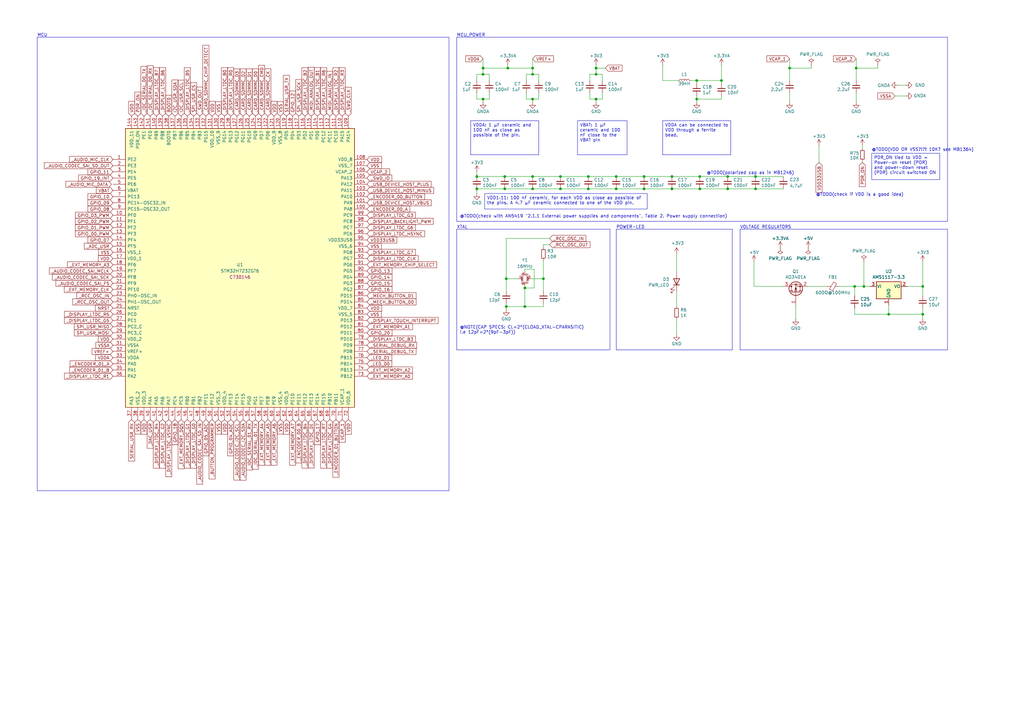
<source format=kicad_sch>
(kicad_sch (version 20230121) (generator eeschema)
  (paper "A3")
  (title_block (date "2023-08-28"))
  (junction (at 323.85 27.94))
  (junction (at 287.02 77.47))
  (junction (at 222.885 114.3))
  (junction (at 218.44 30.48))
  (junction (at 207.645 114.3))
  (junction (at 378.46 117.475))
  (junction (at 285.75 33.02))
  (junction (at 215.265 118.11))
  (junction (at 218.44 40.64))
  (junction (at 298.45 77.47))
  (junction (at 298.45 72.39))
  (junction (at 244.475 40.64))
  (junction (at 229.87 77.47))
  (junction (at 215.265 125.73))
  (junction (at 218.44 77.47))
  (junction (at 207.01 77.47))
  (junction (at 207.01 72.39))
  (junction (at 275.59 77.47))
  (junction (at 198.12 27.94))
  (junction (at 198.12 40.64))
  (junction (at 351.155 27.94))
  (junction (at 354.33 117.475))
  (junction (at 218.44 72.39))
  (junction (at 252.73 77.47))
  (junction (at 198.12 30.48))
  (junction (at 287.02 72.39))
  (junction (at 275.59 72.39))
  (junction (at 309.88 77.47))
  (junction (at 241.3 72.39))
  (junction (at 364.49 128.905))
  (junction (at 285.75 40.64))
  (junction (at 195.58 77.47))
  (junction (at 208.28 27.94))
  (junction (at 252.73 72.39))
  (junction (at 295.91 33.02))
  (junction (at 207.645 125.73))
  (junction (at 264.16 77.47))
  (junction (at 229.87 72.39))
  (junction (at 195.58 72.39))
  (junction (at 264.16 72.39))
  (junction (at 241.3 77.47))
  (junction (at 350.52 117.475))
  (junction (at 244.475 27.94))
  (junction (at 309.88 72.39))
  (junction (at 218.44 27.94))
  (junction (at 244.475 30.48))
  (junction (at 378.46 128.905))
  (wire (pts (xy 309.88 77.47) (xy 298.45 77.47)))
  (wire (pts (xy 229.87 72.39) (xy 241.3 72.39)))
  (wire (pts (xy 247.015 33.02) (xy 247.015 30.48)))
  (wire (pts (xy 241.3 72.39) (xy 252.73 72.39)))
  (wire (pts (xy 207.645 114.3) (xy 212.725 114.3)))
  (wire (pts (xy 247.015 30.48) (xy 244.475 30.48)))
  (wire (pts (xy 353.695 66.04) (xy 353.695 66.675)))
  (wire (pts (xy 295.91 33.02) (xy 295.91 34.29)))
  (wire (pts (xy 225.425 97.79) (xy 207.645 97.79)))
  (wire (pts (xy 295.91 26.67) (xy 295.91 33.02)))
  (wire (pts (xy 207.645 119.38) (xy 207.645 114.3)))
  (wire (pts (xy 264.16 77.47) (xy 252.73 77.47)))
  (wire (pts (xy 367.03 39.37) (xy 371.475 39.37)))
  (wire (pts (xy 247.015 40.64) (xy 247.015 38.1)))
  (wire (pts (xy 277.495 119.38) (xy 277.495 125.73)))
  (wire (pts (xy 244.475 40.64) (xy 247.015 40.64)))
  (wire (pts (xy 198.12 40.64) (xy 200.66 40.64)))
  (wire (pts (xy 378.46 121.285) (xy 378.46 117.475)))
  (wire (pts (xy 252.73 77.47) (xy 241.3 77.47)))
  (wire (pts (xy 298.45 77.47) (xy 287.02 77.47)))
  (wire (pts (xy 378.46 128.905) (xy 378.46 130.81)))
  (wire (pts (xy 218.44 27.94) (xy 218.44 30.48)))
  (wire (pts (xy 195.58 40.64) (xy 195.58 38.1)))
  (wire (pts (xy 244.475 27.94) (xy 248.285 27.94)))
  (wire (pts (xy 309.88 77.47) (xy 321.31 77.47)))
  (wire (pts (xy 241.935 30.48) (xy 241.935 33.02)))
  (wire (pts (xy 241.935 40.64) (xy 244.475 40.64)))
  (wire (pts (xy 195.58 30.48) (xy 195.58 33.02)))
  (wire (pts (xy 207.645 124.46) (xy 207.645 125.73)))
  (wire (pts (xy 323.85 41.91) (xy 323.85 38.1)))
  (wire (pts (xy 241.935 40.64) (xy 241.935 38.1)))
  (wire (pts (xy 283.21 33.02) (xy 285.75 33.02)))
  (wire (pts (xy 215.265 118.11) (xy 215.265 125.73)))
  (wire (pts (xy 354.33 107.315) (xy 354.33 117.475)))
  (wire (pts (xy 220.98 40.64) (xy 220.98 38.1)))
  (wire (pts (xy 275.59 77.47) (xy 264.16 77.47)))
  (wire (pts (xy 350.52 117.475) (xy 354.33 117.475)))
  (wire (pts (xy 350.52 128.905) (xy 364.49 128.905)))
  (wire (pts (xy 244.475 41.91) (xy 244.475 40.64)))
  (wire (pts (xy 351.155 27.94) (xy 360.045 27.94)))
  (wire (pts (xy 195.58 40.64) (xy 198.12 40.64)))
  (wire (pts (xy 323.85 24.13) (xy 323.85 27.94)))
  (wire (pts (xy 208.28 26.67) (xy 208.28 27.94)))
  (wire (pts (xy 222.885 100.33) (xy 222.885 101.6)))
  (wire (pts (xy 309.245 117.475) (xy 321.31 117.475)))
  (wire (pts (xy 218.44 72.39) (xy 229.87 72.39)))
  (wire (pts (xy 244.475 26.67) (xy 244.475 27.94)))
  (wire (pts (xy 350.52 126.365) (xy 350.52 128.905)))
  (wire (pts (xy 285.75 33.02) (xy 285.75 34.29)))
  (wire (pts (xy 207.01 77.47) (xy 218.44 77.47)))
  (wire (pts (xy 200.66 40.64) (xy 200.66 38.1)))
  (wire (pts (xy 332.74 27.94) (xy 332.74 26.67)))
  (wire (pts (xy 323.85 27.94) (xy 323.85 33.02)))
  (wire (pts (xy 354.33 117.475) (xy 356.87 117.475)))
  (wire (pts (xy 323.85 27.94) (xy 332.74 27.94)))
  (wire (pts (xy 309.88 72.39) (xy 321.31 72.39)))
  (wire (pts (xy 195.58 77.47) (xy 195.58 79.375)))
  (wire (pts (xy 378.46 126.365) (xy 378.46 128.905)))
  (wire (pts (xy 218.44 40.64) (xy 220.98 40.64)))
  (wire (pts (xy 218.44 41.91) (xy 218.44 40.64)))
  (wire (pts (xy 244.475 30.48) (xy 241.935 30.48)))
  (wire (pts (xy 215.265 116.84) (xy 215.265 118.11)))
  (wire (pts (xy 195.58 72.39) (xy 207.01 72.39)))
  (wire (pts (xy 220.98 30.48) (xy 218.44 30.48)))
  (wire (pts (xy 277.495 104.14) (xy 277.495 111.76)))
  (wire (pts (xy 215.265 110.49) (xy 219.075 110.49)))
  (wire (pts (xy 275.59 72.39) (xy 287.02 72.39)))
  (wire (pts (xy 208.28 27.94) (xy 218.44 27.94)))
  (wire (pts (xy 271.78 33.02) (xy 278.13 33.02)))
  (wire (pts (xy 215.9 30.48) (xy 215.9 33.02)))
  (wire (pts (xy 241.3 77.47) (xy 229.87 77.47)))
  (wire (pts (xy 252.73 72.39) (xy 264.16 72.39)))
  (wire (pts (xy 277.495 130.81) (xy 277.495 137.16)))
  (wire (pts (xy 198.12 30.48) (xy 195.58 30.48)))
  (wire (pts (xy 195.58 70.485) (xy 195.58 72.39)))
  (wire (pts (xy 207.645 97.79) (xy 207.645 114.3)))
  (wire (pts (xy 326.39 130.81) (xy 326.39 125.095)))
  (wire (pts (xy 195.58 77.47) (xy 207.01 77.47)))
  (wire (pts (xy 378.46 128.905) (xy 364.49 128.905)))
  (wire (pts (xy 287.02 77.47) (xy 275.59 77.47)))
  (wire (pts (xy 215.9 40.64) (xy 215.9 38.1)))
  (wire (pts (xy 287.02 72.39) (xy 298.45 72.39)))
  (wire (pts (xy 244.475 27.94) (xy 244.475 30.48)))
  (wire (pts (xy 353.695 59.69) (xy 353.695 60.96)))
  (wire (pts (xy 298.45 72.39) (xy 309.88 72.39)))
  (wire (pts (xy 360.045 27.94) (xy 360.045 26.67)))
  (wire (pts (xy 215.9 40.64) (xy 218.44 40.64)))
  (wire (pts (xy 339.09 117.475) (xy 331.47 117.475)))
  (wire (pts (xy 295.91 39.37) (xy 295.91 40.64)))
  (wire (pts (xy 198.12 41.91) (xy 198.12 40.64)))
  (wire (pts (xy 222.885 114.3) (xy 222.885 106.68)))
  (wire (pts (xy 351.155 41.91) (xy 351.155 38.1)))
  (wire (pts (xy 271.78 26.67) (xy 271.78 33.02)))
  (wire (pts (xy 222.885 125.73) (xy 222.885 124.46)))
  (wire (pts (xy 229.87 77.47) (xy 218.44 77.47)))
  (wire (pts (xy 285.75 40.64) (xy 285.75 41.91)))
  (wire (pts (xy 215.265 125.73) (xy 222.885 125.73)))
  (wire (pts (xy 218.44 30.48) (xy 215.9 30.48)))
  (wire (pts (xy 285.75 39.37) (xy 285.75 40.64)))
  (wire (pts (xy 372.11 117.475) (xy 378.46 117.475)))
  (wire (pts (xy 198.12 27.94) (xy 208.28 27.94)))
  (wire (pts (xy 222.885 114.3) (xy 222.885 119.38)))
  (wire (pts (xy 344.17 117.475) (xy 350.52 117.475)))
  (wire (pts (xy 222.885 100.33) (xy 225.425 100.33)))
  (wire (pts (xy 207.645 125.73) (xy 215.265 125.73)))
  (wire (pts (xy 351.155 24.13) (xy 351.155 27.94)))
  (wire (pts (xy 207.645 125.73) (xy 207.645 127)))
  (wire (pts (xy 378.46 107.315) (xy 378.46 117.475)))
  (wire (pts (xy 309.245 117.475) (xy 309.245 107.315)))
  (wire (pts (xy 351.155 27.94) (xy 351.155 33.02)))
  (wire (pts (xy 219.075 118.11) (xy 215.265 118.11)))
  (wire (pts (xy 200.66 33.02) (xy 200.66 30.48)))
  (wire (pts (xy 295.91 40.64) (xy 285.75 40.64)))
  (wire (pts (xy 285.75 33.02) (xy 295.91 33.02)))
  (wire (pts (xy 364.49 125.095) (xy 364.49 128.905)))
  (wire (pts (xy 219.075 110.49) (xy 219.075 118.11)))
  (wire (pts (xy 207.01 72.39) (xy 218.44 72.39)))
  (wire (pts (xy 264.16 72.39) (xy 275.59 72.39)))
  (wire (pts (xy 200.66 30.48) (xy 198.12 30.48)))
  (wire (pts (xy 218.44 24.13) (xy 218.44 27.94)))
  (wire (pts (xy 335.915 59.69) (xy 335.915 66.675)))
  (wire (pts (xy 220.98 33.02) (xy 220.98 30.48)))
  (wire (pts (xy 217.805 114.3) (xy 222.885 114.3)))
  (wire (pts (xy 198.12 30.48) (xy 198.12 27.94)))
  (wire (pts (xy 368.3 34.925) (xy 371.475 34.925)))
  (wire (pts (xy 350.52 117.475) (xy 350.52 121.285)))
  (wire (pts (xy 198.12 27.94) (xy 198.12 24.13)))
  (wire (pts (xy 215.265 111.76) (xy 215.265 110.49)))
  (rectangle (start 303.53 93.98) (end 388.62 143.51))
  (rectangle (start 15.24 15.24) (end 184.15 201.295))
  (rectangle (start 187.325 93.98) (end 250.19 143.51))
  (rectangle (start 252.73 93.98) (end 300.355 143.51))
  (rectangle (start 187.325 15.24) (end 388.62 90.805))
  (text_box "VDDA can be connected to VDD through a ferrite bead." (at 271.78 49.53 0) (size 27.94 13.97) (effects (font (size 1.27 1.27)) (justify left top)))
  (text_box "VBAT: 1 μF ceramic and 100 nF close to the VBAT pin" (at 236.855 49.53 0) (size 20.32 13.97) (effects (font (size 1.27 1.27)) (justify left top)))
  (text_box "VDDA: 1 μF ceramic and 100 nF as close as possible of the pin." (at 193.04 49.53 0) (size 27.94 13.97) (effects (font (size 1.27 1.27)) (justify left top)))
  (text_box "VDD1–11: 100 nF ceramic, for each VDD as close as possible of the pins. A 4.7 μF ceramic connected to one of the VDD pin." (at 198.755 79.375 0) (size 66.675 6.35) (effects (font (size 1.27 1.27)) (justify left top)))
  (text_box "PDR_ON tied to VDD = Power-on reset (POR) and power-down reset (PDR) circuit switched ON" (at 357.505 62.865 0) (size 27.94 10.795) (effects (font (size 1.27 1.27)) (justify left top)))
  (text "MCU_POWER" (at 187.325 15.24 0) (effects (font (size 1.27 1.27)) (justify left bottom)))
  (text "@TODO(VDD OR VSS?!?! 10K? see MB1364)" (at 357.505 62.23 0) (effects (font (size 1.27 1.27)) (justify left bottom)))
  (text "@TODO(check with AN5419 \"2.1.1 External power supplies and components\", Table 2. Power supply connection)\n" (at 188.595 89.535 0) (effects (font (size 1.27 1.27)) (justify left bottom)))
  (text "VOLTAGE REGULATORS" (at 303.53 93.98 0) (effects (font (size 1.27 1.27)) (justify left bottom)))
  (text "@NOTE(CAP SPECS: CL=2*(CLOAD_XTAL-CPARASITIC)\ni.e 12pF=2*(9pF-3pF))" (at 188.595 137.16 0) (effects (font (size 1.27 1.27)) (justify left bottom)))
  (text "@TODO(check if VDD is a good idea)" (at 334.645 80.645 0) (effects (font (size 1.27 1.27)) (justify left bottom)))
  (text "MCU" (at 15.24 15.24 0) (effects (font (size 1.27 1.27)) (justify left bottom)))
  (text "@TODO(polarized cap as in MB1246)" (at 325.755 71.755 0) (effects (font (size 1.27 1.27)) (justify right bottom)))
  (text "XTAL" (at 187.325 93.98 0) (effects (font (size 1.27 1.27)) (justify left bottom)))
  (text "POWER-LED" (at 252.73 93.98 0) (effects (font (size 1.27 1.27)) (justify left bottom)))
  (global_label "_CARD_SDMMC_D2" (shape input) (at 99.695 47.625 90) (property "Intersheetrefs" "${INTERSHEET_REFS}" (effects hide)))
  (global_label "_ENCODER_00_A" (shape input) (at 150.495 85.725 0) (property "Intersheetrefs" "${INTERSHEET_REFS}" (effects hide)))
  (global_label "_ENCODER_01_A" (shape input) (at 46.355 149.225 180) (property "Intersheetrefs" "${INTERSHEET_REFS}" (effects hide)))
  (global_label "VSSA" (shape input) (at 46.355 141.605 180) (property "Intersheetrefs" "${INTERSHEET_REFS}" (effects hide)))
  (global_label "VDD33USB" (shape input) (at 335.915 66.675 270) (property "Intersheetrefs" "${INTERSHEET_REFS}" (effects hide)))
  (global_label "_DISPLAY_LTDC_R0" (shape input) (at 94.615 47.625 90) (property "Intersheetrefs" "${INTERSHEET_REFS}" (effects hide)))
  (global_label "_SWD_IO" (shape input) (at 150.495 73.025 0) (property "Intersheetrefs" "${INTERSHEET_REFS}" (effects hide)))
  (global_label "_DISPLAY_LTDC_VSYNC" (shape input) (at 69.215 172.085 270) (property "Intersheetrefs" "${INTERSHEET_REFS}" (effects hide)))
  (global_label "VDD" (shape input) (at 46.355 106.045 180) (property "Intersheetrefs" "${INTERSHEET_REFS}" (effects hide)))
  (global_label "VSS" (shape input) (at 114.935 47.625 90) (property "Intersheetrefs" "${INTERSHEET_REFS}" (effects hide)))
  (global_label "_DISPLAY_LTDC_R5" (shape input) (at 46.355 128.905 180) (property "Intersheetrefs" "${INTERSHEET_REFS}" (effects hide)))
  (global_label "_RCC_OSC_IN" (shape input) (at 46.355 121.285 180) (property "Intersheetrefs" "${INTERSHEET_REFS}" (effects hide)))
  (global_label "VDD" (shape input) (at 150.495 65.405 0) (property "Intersheetrefs" "${INTERSHEET_REFS}" (effects hide)))
  (global_label "GPIO_11" (shape input) (at 46.355 70.485 180) (property "Intersheetrefs" "${INTERSHEET_REFS}" (effects hide)))
  (global_label "VSS" (shape input) (at 89.535 47.625 90) (property "Intersheetrefs" "${INTERSHEET_REFS}" (effects hide)))
  (global_label "VSS" (shape input) (at 114.935 172.085 270) (property "Intersheetrefs" "${INTERSHEET_REFS}" (effects hide)))
  (global_label "VDD" (shape input) (at 46.355 139.065 180) (property "Intersheetrefs" "${INTERSHEET_REFS}" (effects hide)))
  (global_label "VDD" (shape input) (at 112.395 47.625 90) (property "Intersheetrefs" "${INTERSHEET_REFS}" (effects hide)))
  (global_label "_IDC_SERIAL_01_RX" (shape input) (at 102.235 172.085 270) (property "Intersheetrefs" "${INTERSHEET_REFS}" (effects hide)))
  (global_label "I2C_USR_SDA" (shape input) (at 71.755 47.625 90) (property "Intersheetrefs" "${INTERSHEET_REFS}" (effects hide)))
  (global_label "_DISPLAY_LTDC_B5" (shape input) (at 76.835 47.625 90) (property "Intersheetrefs" "${INTERSHEET_REFS}" (effects hide)))
  (global_label "GPIO_17" (shape input) (at 130.175 172.085 270) (property "Intersheetrefs" "${INTERSHEET_REFS}" (effects hide)))
  (global_label "I2C_USR_SCL" (shape input) (at 74.295 47.625 90) (property "Intersheetrefs" "${INTERSHEET_REFS}" (effects hide)))
  (global_label "PDR_ON" (shape input) (at 56.515 47.625 90) (property "Intersheetrefs" "${INTERSHEET_REFS}" (effects hide)))
  (global_label "_IDC_SERIAL_00_TX" (shape input) (at 59.055 47.625 90) (property "Intersheetrefs" "${INTERSHEET_REFS}" (effects hide)))
  (global_label "_EXT_MEMORY_A1" (shape input) (at 150.495 133.985 0) (property "Intersheetrefs" "${INTERSHEET_REFS}" (effects hide)))
  (global_label "_DISPLAY_LTDC_R7" (shape input) (at 132.715 172.085 270) (property "Intersheetrefs" "${INTERSHEET_REFS}" (effects hide)))
  (global_label "_DISPLAY_LTDC_DE" (shape input) (at 127.635 172.085 270) (property "Intersheetrefs" "${INTERSHEET_REFS}" (effects hide)))
  (global_label "_CARD_SDMMC_D1" (shape input) (at 102.235 47.625 90) (property "Intersheetrefs" "${INTERSHEET_REFS}" (effects hide)))
  (global_label "_DISPLAY_LTDC_R4" (shape input) (at 64.135 172.085 270) (property "Intersheetrefs" "${INTERSHEET_REFS}" (effects hide)))
  (global_label "_DISPLAY_LTDC_G1" (shape input) (at 76.835 172.085 270) (property "Intersheetrefs" "${INTERSHEET_REFS}" (effects hide)))
  (global_label "_LED_00" (shape input) (at 150.495 149.225 0) (property "Intersheetrefs" "${INTERSHEET_REFS}" (effects hide)))
  (global_label "GPIO_12" (shape input) (at 120.015 47.625 90) (property "Intersheetrefs" "${INTERSHEET_REFS}" (effects hide)))
  (global_label "GPIO_14" (shape input) (at 150.495 113.665 0) (property "Intersheetrefs" "${INTERSHEET_REFS}" (effects hide)))
  (global_label "_CARD_SDMMC_CHIP_DETECT" (shape input) (at 84.455 47.625 90) (property "Intersheetrefs" "${INTERSHEET_REFS}" (effects hide)))
  (global_label "VDD" (shape input) (at 142.875 172.085 270) (property "Intersheetrefs" "${INTERSHEET_REFS}" (effects hide)))
  (global_label "_DISPLAY_LTDC_HSYNC" (shape input) (at 150.495 95.885 0) (property "Intersheetrefs" "${INTERSHEET_REFS}" (effects hide)))
  (global_label "_DISPLAY_LTDC_B2" (shape input) (at 125.095 47.625 90) (property "Intersheetrefs" "${INTERSHEET_REFS}" (effects hide)))
  (global_label "_USB_DEVICE_HOST_VBUS" (shape input) (at 150.495 83.185 0) (property "Intersheetrefs" "${INTERSHEET_REFS}" (effects hide)))
  (global_label "_DISPLAY_LTDC_B0" (shape input) (at 92.075 47.625 90) (property "Intersheetrefs" "${INTERSHEET_REFS}" (effects hide)))
  (global_label "_BUTTON_PROGRAMMER" (shape input) (at 86.995 172.085 270) (property "Intersheetrefs" "${INTERSHEET_REFS}" (effects hide)))
  (global_label "GPIO_08" (shape input) (at 46.355 85.725 180) (property "Intersheetrefs" "${INTERSHEET_REFS}" (effects hide)))
  (global_label "VCAP_1" (shape input) (at 140.335 172.085 270) (property "Intersheetrefs" "${INTERSHEET_REFS}" (effects hide)))
  (global_label "_EXT_MEMORY_A6" (shape input) (at 112.395 172.085 270) (property "Intersheetrefs" "${INTERSHEET_REFS}" (effects hide)))
  (global_label "_EXT_MEMORY_CHIP_SELECT" (shape input) (at 150.495 108.585 0) (property "Intersheetrefs" "${INTERSHEET_REFS}" (effects hide)))
  (global_label "_IDC_SERIAL_00_RX" (shape input) (at 61.595 47.625 90) (property "Intersheetrefs" "${INTERSHEET_REFS}" (effects hide)))
  (global_label "_AUDIO_CODEC_SAI_SD_OUT" (shape input) (at 46.355 67.945 180) (property "Intersheetrefs" "${INTERSHEET_REFS}" (effects hide)))
  (global_label "_EXT_MEMORY_A3" (shape input) (at 46.355 108.585 180) (property "Intersheetrefs" "${INTERSHEET_REFS}" (effects hide)))
  (global_label "SPI_USR_CS" (shape input) (at 79.375 47.625 90) (property "Intersheetrefs" "${INTERSHEET_REFS}" (effects hide)))
  (global_label "VDD" (shape input) (at 59.055 172.085 270) (property "Intersheetrefs" "${INTERSHEET_REFS}" (effects hide)))
  (global_label "_RCC_OSC_OUT" (shape input) (at 225.425 100.33 0) (property "Intersheetrefs" "${INTERSHEET_REFS}" (effects hide)))
  (global_label "_DISPLAY_LTDC_G4" (shape input) (at 135.255 172.085 270) (property "Intersheetrefs" "${INTERSHEET_REFS}" (effects hide)))
  (global_label "_DISPLAY_LTDC_B6" (shape input) (at 66.675 47.625 90) (property "Intersheetrefs" "${INTERSHEET_REFS}" (effects hide)))
  (global_label "PDR_ON" (shape input) (at 353.695 66.675 270) (property "Intersheetrefs" "${INTERSHEET_REFS}" (effects hide)))
  (global_label "SPI_USR_MISO" (shape input) (at 46.355 133.985 180) (property "Intersheetrefs" "${INTERSHEET_REFS}" (effects hide)))
  (global_label "GPIO_15" (shape input) (at 150.495 116.205 0) (property "Intersheetrefs" "${INTERSHEET_REFS}" (effects hide)))
  (global_label "GPIO_13" (shape input) (at 150.495 111.125 0) (property "Intersheetrefs" "${INTERSHEET_REFS}" (effects hide)))
  (global_label "VSS" (shape input) (at 150.495 100.965 0) (property "Intersheetrefs" "${INTERSHEET_REFS}" (effects hide)))
  (global_label "_DISPLAY_LTDC_G6" (shape input) (at 150.495 93.345 0) (property "Intersheetrefs" "${INTERSHEET_REFS}" (effects hide)))
  (global_label "_MECH_BUTTON_00" (shape input) (at 150.495 123.825 0) (property "Intersheetrefs" "${INTERSHEET_REFS}" (effects hide)))
  (global_label "_AUDIO_CODEC_I2C_SDA" (shape input) (at 99.695 172.085 270) (property "Intersheetrefs" "${INTERSHEET_REFS}" (effects hide)))
  (global_label "_EXT_MEMORY_A4" (shape input) (at 107.315 172.085 270) (property "Intersheetrefs" "${INTERSHEET_REFS}" (effects hide)))
  (global_label "NRST" (shape input) (at 46.355 126.365 180) (property "Intersheetrefs" "${INTERSHEET_REFS}" (effects hide)))
  (global_label "GPIO_04_ADC" (shape input) (at 94.615 172.085 270) (property "Intersheetrefs" "${INTERSHEET_REFS}" (effects hide)))
  (global_label "_AUDIO_MIC_DATA" (shape input) (at 45.72 75.565 180) (property "Intersheetrefs" "${INTERSHEET_REFS}" (effects hide)))
  (global_label "VDD" (shape input) (at 86.995 47.625 90) (property "Intersheetrefs" "${INTERSHEET_REFS}" (effects hide)))
  (global_label "GPIO_05_ADC" (shape input) (at 84.455 172.085 270) (property "Intersheetrefs" "${INTERSHEET_REFS}" (effects hide)))
  (global_label "GPIO_19_INT" (shape input) (at 46.355 73.025 180) (property "Intersheetrefs" "${INTERSHEET_REFS}" (effects hide)))
  (global_label "_DISPLAY_LTDC_G2" (shape input) (at 66.675 172.085 270) (property "Intersheetrefs" "${INTERSHEET_REFS}" (effects hide)))
  (global_label "_USB_DEVICE_HOST_PLUS" (shape input) (at 150.495 75.565 0) (property "Intersheetrefs" "${INTERSHEET_REFS}" (effects hide)))
  (global_label "_AUDIO_CODEC_SAI_SCK" (shape input) (at 46.355 113.665 180) (property "Intersheetrefs" "${INTERSHEET_REFS}" (effects hide)))
  (global_label "VSS" (shape input) (at 150.495 128.905 0) (property "Intersheetrefs" "${INTERSHEET_REFS}" (effects hide)))
  (global_label "VDD" (shape input) (at 150.495 126.365 0) (property "Intersheetrefs" "${INTERSHEET_REFS}" (effects hide)))
  (global_label "GPIO_02_PWM" (shape input) (at 46.355 90.805 180) (property "Intersheetrefs" "${INTERSHEET_REFS}" (effects hide)))
  (global_label "GPIO_01_PWM" (shape input) (at 46.355 93.345 180) (property "Intersheetrefs" "${INTERSHEET_REFS}" (effects hide)))
  (global_label "BOOT0" (shape input) (at 69.215 47.625 90) (property "Intersheetrefs" "${INTERSHEET_REFS}" (effects hide)))
  (global_label "_EXT_MEMORY_A5" (shape input) (at 109.855 172.085 270) (property "Intersheetrefs" "${INTERSHEET_REFS}" (effects hide)))
  (global_label "_DISPLAY_LTDC_R3" (shape input) (at 140.335 47.625 90) (property "Intersheetrefs" "${INTERSHEET_REFS}" (effects hide)))
  (global_label "_DISPLAY_LTDC_R6" (shape input) (at 132.715 47.625 90) (property "Intersheetrefs" "${INTERSHEET_REFS}" (effects hide)))
  (global_label "_DISPLAY_TOUCH_INTERRUPT" (shape input) (at 150.495 131.445 0) (property "Intersheetrefs" "${INTERSHEET_REFS}" (effects hide)))
  (global_label "_DISPLAY_LTDC_G7" (shape input) (at 150.495 103.505 0) (property "Intersheetrefs" "${INTERSHEET_REFS}" (effects hide)))
  (global_label "_AUDIO_MIC_CLK" (shape input) (at 46.355 65.405 180) (property "Intersheetrefs" "${INTERSHEET_REFS}" (effects hide)))
  (global_label "VCAP_2" (shape input) (at 351.155 24.13 180) (property "Intersheetrefs" "${INTERSHEET_REFS}" (effects hide)))
  (global_label "VBAT" (shape input) (at 248.285 27.94 0) (property "Intersheetrefs" "${INTERSHEET_REFS}" (effects hide)))
  (global_label "_DISPLAY_LTDC_R1" (shape input) (at 46.355 154.305 180) (property "Intersheetrefs" "${INTERSHEET_REFS}" (effects hide)))
  (global_label "_MIDI_ANALOG_IN" (shape input) (at 135.255 47.625 90) (property "Intersheetrefs" "${INTERSHEET_REFS}" (effects hide)))
  (global_label "SPI_USR_MOSI" (shape input) (at 46.355 136.525 180) (property "Intersheetrefs" "${INTERSHEET_REFS}" (effects hide)))
  (global_label "GPIO_00_PWM" (shape input) (at 46.355 95.885 180) (property "Intersheetrefs" "${INTERSHEET_REFS}" (effects hide)))
  (global_label "_DISPLAY_LTDC_B1" (shape input) (at 130.175 47.625 90) (property "Intersheetrefs" "${INTERSHEET_REFS}" (effects hide)))
  (global_label "VREF+" (shape input) (at 46.355 144.145 180) (property "Intersheetrefs" "${INTERSHEET_REFS}" (effects hide)))
  (global_label "_DISPLAY_LTDC_R2" (shape input) (at 137.795 47.625 90) (property "Intersheetrefs" "${INTERSHEET_REFS}" (effects hide)))
  (global_label "_AUDIO_CODEC_SAI_FS" (shape input) (at 46.355 116.205 180) (property "Intersheetrefs" "${INTERSHEET_REFS}" (effects hide)))
  (global_label "SERIAL_USR_TX" (shape input) (at 117.475 47.625 90) (property "Intersheetrefs" "${INTERSHEET_REFS}" (effects hide)))
  (global_label "_DISPLAY_BACKLIGHT_PWM" (shape input) (at 150.495 90.805 0) (property "Intersheetrefs" "${INTERSHEET_REFS}" (effects hide)))
  (global_label "GPIO_09" (shape input) (at 46.355 83.185 180) (property "Intersheetrefs" "${INTERSHEET_REFS}" (effects hide)))
  (global_label "_LED_01" (shape input) (at 150.495 146.685 0) (property "Intersheetrefs" "${INTERSHEET_REFS}" (effects hide)))
  (global_label "_AUDIO_CODEC_SAI_SD_IN" (shape input) (at 81.915 172.085 270) (property "Intersheetrefs" "${INTERSHEET_REFS}" (effects hide)))
  (global_label "_DISPLAY_LTDC_G0" (shape input) (at 79.375 172.085 270) (property "Intersheetrefs" "${INTERSHEET_REFS}" (effects hide)))
  (global_label "GPIO_03_PWM" (shape input) (at 46.355 88.265 180) (property "Intersheetrefs" "${INTERSHEET_REFS}" (effects hide)))
  (global_label "_DAC_USR" (shape input) (at 61.595 172.085 270) (property "Intersheetrefs" "${INTERSHEET_REFS}" (effects hide)))
  (global_label "_DISPLAY_LTDC_G3" (shape input) (at 150.495 88.265 0) (property "Intersheetrefs" "${INTERSHEET_REFS}" (effects hide)))
  (global_label "VDD" (shape input) (at 92.075 172.085 270) (property "Intersheetrefs" "${INTERSHEET_REFS}" (effects hide)))
  (global_label "VDD" (shape input) (at 53.975 47.625 90) (property "Intersheetrefs" "${INTERSHEET_REFS}" (effects hide)))
  (global_label "VCAP_1" (shape input) (at 323.85 24.13 180) (property "Intersheetrefs" "${INTERSHEET_REFS}" (effects hide)))
  (global_label "VBAT" (shape input) (at 46.355 78.105 180) (property "Intersheetrefs" "${INTERSHEET_REFS}" (effects hide)))
  (global_label "VSS" (shape input) (at 150.495 67.945 0) (property "Intersheetrefs" "${INTERSHEET_REFS}" (effects hide)))
  (global_label "_CARD_SDMMC_D0" (shape input) (at 104.775 47.625 90) (property "Intersheetrefs" "${INTERSHEET_REFS}" (effects hide)))
  (global_label "_SERIAL_DEBUG_TX" (shape input) (at 150.495 144.145 0) (property "Intersheetrefs" "${INTERSHEET_REFS}" (effects hide)))
  (global_label "GPIO_18" (shape input) (at 71.755 172.085 270) (property "Intersheetrefs" "${INTERSHEET_REFS}" (effects hide)))
  (global_label "GPIO_20" (shape input) (at 150.495 136.525 0) (property "Intersheetrefs" "${INTERSHEET_REFS}" (effects hide)))
  (global_label "VSSA" (shape input) (at 367.03 39.37 180) (property "Intersheetrefs" "${INTERSHEET_REFS}" (effects hide)))
  (global_label "_CARD_SDMMC_CMD" (shape input) (at 107.315 47.625 90) (property "Intersheetrefs" "${INTERSHEET_REFS}" (effects hide)))
  (global_label "_ADC_USR" (shape input) (at 46.355 100.965 180) (property "Intersheetrefs" "${INTERSHEET_REFS}" (effects hide)))
  (global_label "_EXT_MEMORY_A0" (shape input) (at 150.495 154.305 0) (property "Intersheetrefs" "${INTERSHEET_REFS}" (effects hide)))
  (global_label "_IDC_SERIAL_01_TX" (shape input) (at 104.775 172.085 270) (property "Intersheetrefs" "${INTERSHEET_REFS}" (effects hide)))
  (global_label "VREF+" (shape input) (at 218.44 24.13 0) (property "Intersheetrefs" "${INTERSHEET_REFS}" (effects hide)))
  (global_label "_RCC_OSC_OUT" (shape input) (at 46.355 123.825 180) (property "Intersheetrefs" "${INTERSHEET_REFS}" (effects hide)))
  (global_label "_RCC_OSC_IN" (shape input) (at 225.425 97.79 0) (property "Intersheetrefs" "${INTERSHEET_REFS}" (effects hide)))
  (global_label "GPIO_16" (shape input) (at 150.495 118.745 0) (property "Intersheetrefs" "${INTERSHEET_REFS}" (effects hide)))
  (global_label "_EXT_MEMORY_CLK" (shape input) (at 46.355 118.745 180) (property "Intersheetrefs" "${INTERSHEET_REFS}" (effects hide)))
  (global_label "_SERIAL_DEBUG_RX" (shape input) (at 150.495 141.605 0) (property "Intersheetrefs" "${INTERSHEET_REFS}" (effects hide)))
  (global_label "_MIDI_ANALOG_OUT" (shape input) (at 127.635 47.625 90) (property "Intersheetrefs" "${INTERSHEET_REFS}" (effects hide)))
  (global_label "VCAP_2" (shape input) (at 150.495 70.485 0) (property "Intersheetrefs" "${INTERSHEET_REFS}" (effects hide)))
  (global_label "_AUDIO_CODEC_I2C_SCL" (shape input) (at 97.155 172.085 270) (property "Intersheetrefs" "${INTERSHEET_REFS}" (effects hide)))
  (global_label "_EXT_MEMORY_A2" (shape input) (at 150.495 151.765 0) (property "Intersheetrefs" "${INTERSHEET_REFS}" (effects hide)))
  (global_label "VDD33USB" (shape input) (at 150.495 98.425 0) (property "Intersheetrefs" "${INTERSHEET_REFS}" (effects hide)))
  (global_label "GPIO_10" (shape input) (at 46.355 80.645 180) (property "Intersheetrefs" "${INTERSHEET_REFS}" (effects hide)))
  (global_label "_ENCODER_00_B" (shape input) (at 122.555 172.085 270) (property "Intersheetrefs" "${INTERSHEET_REFS}" (effects hide)))
  (global_label "VDDA" (shape input) (at 198.12 24.13 180) (property "Intersheetrefs" "${INTERSHEET_REFS}" (effects hide)))
  (global_label "VDD" (shape input) (at 117.475 172.085 270) (property "Intersheetrefs" "${INTERSHEET_REFS}" (effects hide)))
  (global_label "_CARD_SDMMC_CK" (shape input) (at 109.855 47.625 90) (property "Intersheetrefs" "${INTERSHEET_REFS}" (effects hide)))
  (global_label "_USB_DEVICE_HOST_MINUS" (shape input) (at 150.495 78.105 0) (property "Intersheetrefs" "${INTERSHEET_REFS}" (effects hide)))
  (global_label "_SWD_CLK" (shape input) (at 142.875 47.625 90) (property "Intersheetrefs" "${INTERSHEET_REFS}" (effects hide)))
  (global_label "_MECH_BUTTON_01" (shape input) (at 150.495 121.285 0) (property "Intersheetrefs" "${INTERSHEET_REFS}" (effects hide)))
  (global_label "_ENCODER_00_BUTTON" (shape input) (at 150.495 80.645 0) (property "Intersheetrefs" "${INTERSHEET_REFS}" (effects hide)))
  (global_label "VSS" (shape input) (at 56.515 172.085 270) (property "Intersheetrefs" "${INTERSHEET_REFS}" (effects hide)))
  (global_label "_EXT_MEMORY_DQS" (shape input) (at 74.295 172.085 270) (property "Intersheetrefs" "${INTERSHEET_REFS}" (effects hide)))
  (global_label "VSS" (shape input) (at 46.355 103.505 180) (property "Intersheetrefs" "${INTERSHEET_REFS}" (effects hide)))
  (global_label "_AUDIO_CODEC_SAI_MCLK" (shape input) (at 46.355 111.125 180) (property "Intersheetrefs" "${INTERSHEET_REFS}" (effects hide)))
  (global_label "VDDA" (shape input) (at 46.355 146.685 180) (property "Intersheetrefs" "${INTERSHEET_REFS}" (effects hide)))
  (global_label "_DISPLAY_LTDC_B3" (shape input) (at 150.495 139.065 0) (property "Intersheetrefs" "${INTERSHEET_REFS}" (effects hide)))
  (global_label "_DISPLAY_LTDC_B7" (shape input) (at 64.135 47.625 90) (property "Intersheetrefs" "${INTERSHEET_REFS}" (effects hide)))
  (global_label "GPIO_07" (shape input) (at 46.355 98.425 180) (property "Intersheetrefs" "${INTERSHEET_REFS}" (effects hide)))
  (global_label "VSS" (shape input) (at 89.535 172.085 270) (property "Intersheetrefs" "${INTERSHEET_REFS}" (effects hide)))
  (global_label "_ENCODER_01_BUTTON" (shape input) (at 137.795 172.085 270) (property "Intersheetrefs" "${INTERSHEET_REFS}" (effects hide)))
  (global_label "_CARD_SDMMC_D3" (shape input) (at 97.155 47.625 90) (property "Intersheetrefs" "${INTERSHEET_REFS}" (effects hide)))
  (global_label "_DISPLAY_LTDC_CLK" (shape input) (at 150.495 106.045 0) (property "Intersheetrefs" "${INTERSHEET_REFS}" (effects hide)))
  (global_label "_SWD_OUT" (shape input) (at 81.915 47.625 90) (property "Intersheetrefs" "${INTERSHEET_REFS}" (effects hide)))
  (global_label "SPI_USR_SCK" (shape input) (at 122.555 47.625 90) (property "Intersheetrefs" "${INTERSHEET_REFS}" (effects hide)))
  (global_label "_EXT_MEMORY_A7" (shape input) (at 120.015 172.085 270) (property "Intersheetrefs" "${INTERSHEET_REFS}" (effects hide)))
  (global_label "_DISPLAY_LTDC_G5" (shape input) (at 46.355 131.445 180) (property "Intersheetrefs" "${INTERSHEET_REFS}" (effects hide)))
  (global_label "_DISPLAY_LTDC_B4" (shape input) (at 125.095 172.085 270) (property "Intersheetrefs" "${INTERSHEET_REFS}" (effects hide)))
  (global_label "SERIAL_USR_RX" (shape input) (at 53.975 172.085 270) (property "Intersheetrefs" "${INTERSHEET_REFS}" (effects hide)))
  (global_label "_ENCODER_01_B" (shape input) (at 46.355 151.765 180) (property "Intersheetrefs" "${INTERSHEET_REFS}" (effects hide)))
  (symbol (lib_id "Device:C_Small") (at 321.31 74.93 0) (unit 1)
    (property "Reference" "C23" (at 323.85 73.66 0) (effects (justify left)))
    (property "Value" "4.7uF" (at 323.85 76.2 0) (effects (justify left)))
  )
  (symbol (lib_id "Device:C_Small") (at 241.3 74.93 0) (unit 1)
    (property "Reference" "C12" (at 243.6368 73.7616 0) (effects (justify left)))
    (property "Value" "100nF" (at 243.6368 76.073 0) (effects (justify left)))
    (property "Footprint" "Capacitor_SMD:C_0402_1005Metric" (effects hide))
    (property "MFR.Part #" "CL05B104KO5NNNC" (effects hide))
    (property "Extended Part" "-" (effects hide))
    (property "JLCPCB Part #" "C1525" (effects hide))
  )
  (symbol (lib_id "STM32H723ZGT6:STM32H723ZGT6") (at 98.425 109.855 0) (unit 1)
    (property "Reference" "U1" (at 98.425 108.585 0))
    (property "Value" "STM32H723ZGT6" (at 98.425 111.125 0))
    (property "Footprint" "STM32H723ZGT6:QFP50P2200X2200X160-144N" (effects hide))
    (property "Datasheet" "https://www.mouser.cn/datasheet/2/389/stm32h723zg-1893346.pdf" (effects hide))
    (property "LCSC" "C730146" (at 98.425 113.665 0))
    (property "Description" "ARM Microcontrollers - MCU High-performance and DSP with DP-FPU, Arm Cortex-M7 MCU with 1 MByte Flash" (effects hide))
    (property "Extended Part" "x" (effects hide))
  )
  (symbol (lib_id "power:GND") (at 371.475 34.925 90) (unit 1)
    (property "Reference" "#PWR031" (effects hide))
    (property "Value" "GND" (at 375.285 34.925 90) (effects (justify right)))
    (instances (project "KLST_PANDA" (path "" (reference "#PWR031") (unit 1)) (path "" (reference "#PWR030") (unit 1))))
  )
  (symbol (lib_id "power:+3V3") (at 335.915 59.69 0) (unit 1)
    (property "Reference" "#PWR027" (effects hide))
    (property "Value" "+3V3" (at 335.915 55.88 0))
    (instances (project "KLST_PANDA" (path "" (reference "#PWR027") (unit 1)) (path "" (reference "#PWR026") (unit 1))))
  )
  (symbol (lib_id "power:+5V") (at 331.47 101.6 0) (unit 1)
    (property "Reference" "#PWR024" (effects hide))
    (property "Value" "+5V" (at 331.47 97.79 0))
    (instances (project "KLST_PANDA" (path "" (reference "#PWR024") (unit 1)) (path "" (reference "#PWR025") (unit 1))))
  )
  (symbol (lib_id "KLST_SHEEP-rescue:Ferrite_Bead_Small-Device") (at 341.63 117.475 270) (unit 1)
    (property "Reference" "FB1" (at 341.63 113.665 90))
    (property "Value" "600Ω@100MHz" (at 341.63 120.015 90))
    (property "Footprint" "Inductor_SMD:L_1206_3216Metric" (effects hide))
    (property "MFR.Part #" "CBW321609U601T" (effects hide))
    (property "Extended Part" "x" (effects hide))
    (property "JLCPCB Part #" "C73732" (effects hide))
  )
  (symbol (lib_id "Device:C_Small") (at 200.66 35.56 0) (unit 1)
    (property "Reference" "C4" (at 202.9968 34.3916 0) (effects (justify left)))
    (property "Value" "100nF" (at 202.9968 36.703 0) (effects (justify left)))
    (property "Footprint" "Capacitor_SMD:C_0402_1005Metric" (effects hide))
    (property "MFR.Part #" "CL05B104KO5NNNC" (effects hide))
    (property "Extended Part" "-" (effects hide))
    (property "JLCPCB Part #" "C1525" (effects hide))
  )
  (symbol (lib_id "power:+3V3") (at 244.475 26.67 0) (unit 1)
    (property "Reference" "#PWR012" (effects hide))
    (property "Value" "+3V3" (at 244.475 22.86 0))
    (instances (project "KLST_PANDA" (path "" (reference "#PWR012") (unit 1)) (path "" (reference "#PWR014") (unit 1))))
  )
  (symbol (lib_id "Device:C_Small") (at 264.16 74.93 0) (unit 1)
    (property "Reference" "C16" (at 266.4968 73.7616 0) (effects (justify left)))
    (property "Value" "100nF" (at 266.4968 76.073 0) (effects (justify left)))
    (property "Footprint" "Capacitor_SMD:C_0402_1005Metric" (effects hide))
    (property "MFR.Part #" "CL05B104KO5NNNC" (effects hide))
    (property "Extended Part" "-" (effects hide))
    (property "JLCPCB Part #" "C1525" (effects hide))
  )
  (symbol (lib_id "power:GND") (at 277.495 137.16 0) (unit 1)
    (property "Reference" "#PWR016" (effects hide))
    (property "Value" "GND" (at 277.495 140.97 0))
    (instances (project "KLST_PANDA" (path "" (reference "#PWR016") (unit 1)) (path "" (reference "#PWR018") (unit 1))))
  )
  (symbol (lib_id "Device:C_Small") (at 287.02 74.93 0) (unit 1)
    (property "Reference" "C19" (at 289.3568 73.7616 0) (effects (justify left)))
    (property "Value" "100nF" (at 289.3568 76.073 0) (effects (justify left)))
    (property "Footprint" "Capacitor_SMD:C_0402_1005Metric" (effects hide))
    (property "MFR.Part #" "CL05B104KO5NNNC" (effects hide))
    (property "Extended Part" "-" (effects hide))
    (property "JLCPCB Part #" "C1525" (effects hide))
  )
  (symbol (lib_id "power:PWR_FLAG") (at 354.33 107.315 0) (unit 1)
    (property "Reference" "#FLG04" (effects hide))
    (property "Value" "PWR_FLAG" (at 354.33 102.9208 0))
  )
  (symbol (lib_id "power:+3.3VA") (at 295.91 26.67 0) (unit 1)
    (property "Reference" "#PWR019" (effects hide))
    (property "Value" "+3.3VA" (at 295.91 22.86 0))
    (instances (project "KLST_PANDA" (path "" (reference "#PWR019") (unit 1)) (path "" (reference "#PWR020") (unit 1))))
  )
  (symbol (lib_id "Device:C_Small") (at 222.885 121.92 0) (unit 1)
    (property "Reference" "C10" (at 225.2218 120.7516 0) (effects (justify left)))
    (property "Value" "12pF" (at 225.2218 123.063 0) (effects (justify left)))
    (property "Footprint" "Capacitor_SMD:C_0402_1005Metric" (effects hide))
    (property "MFR.Part #" "0402CG120J500NT" (effects hide))
    (property "Extended Part" "-" (effects hide))
    (property "JLCPCB Part #" "C1547" (effects hide))
  )
  (symbol (lib_id "Device:C_Small") (at 323.85 35.56 0) (mirror y) (unit 1)
    (property "Reference" "C24" (at 321.5132 34.3916 0) (effects (justify left)))
    (property "Value" "2.2uF" (at 321.5132 36.703 0) (effects (justify left)))
    (property "Footprint" "Capacitor_SMD:C_0603_1608Metric" (effects hide))
    (property "MFR.Part #" "CL10A225KO8NNNC" (effects hide))
    (property "Extended Part" "-" (effects hide))
    (property "JLCPCB Part #" "C23630" (effects hide))
  )
  (symbol (lib_id "power:GND") (at 326.39 130.81 0) (unit 1)
    (property "Reference" "#PWR023" (effects hide))
    (property "Value" "GND" (at 326.39 134.62 0))
    (instances (project "KLST_PANDA" (path "" (reference "#PWR023") (unit 1)) (path "" (reference "#PWR024") (unit 1))))
  )
  (symbol (lib_id "power:GND") (at 195.58 79.375 0) (unit 1)
    (property "Reference" "#PWR07" (effects hide))
    (property "Value" "GND" (at 195.58 83.185 0))
    (instances (project "KLST_PANDA" (path "" (reference "#PWR07") (unit 1)) (path "" (reference "#PWR09") (unit 1))))
  )
  (symbol (lib_id "power:PWR_FLAG") (at 360.045 26.67 0) (unit 1)
    (property "Reference" "#FLG05" (effects hide))
    (property "Value" "PWR_FLAG" (at 360.045 22.2758 0))
  )
  (symbol (lib_id "Device:R_Small") (at 222.885 104.14 0) (unit 1)
    (property "Reference" "R3" (at 224.3836 102.9716 0) (effects (justify left)))
    (property "Value" "10R" (at 224.3836 105.283 0) (effects (justify left)))
    (property "Footprint" "Resistor_SMD:R_0402_1005Metric" (effects hide))
    (property "MFR.Part #" "0402WGF100JTCE" (effects hide))
    (property "Extended Part" "-" (effects hide))
    (property "JLCPCB Part #" "C25077" (effects hide))
    (instances (project "KLST_PANDA" (path "" (reference "R3") (unit 1)) (path "" (reference "R5") (unit 1))))
  )
  (symbol (lib_id "Device:C_Small") (at 351.155 35.56 0) (mirror y) (unit 1)
    (property "Reference" "C26" (at 348.8182 34.3916 0) (effects (justify left)))
    (property "Value" "2.2uF" (at 348.8182 36.703 0) (effects (justify left)))
    (property "Footprint" "Capacitor_SMD:C_0603_1608Metric" (effects hide))
    (property "MFR.Part #" "CL10A225KO8NNNC" (effects hide))
    (property "Extended Part" "-" (effects hide))
    (property "JLCPCB Part #" "C23630" (effects hide))
  )
  (symbol (lib_id "power:+3.3VA") (at 208.28 26.67 0) (unit 1)
    (property "Reference" "#PWR010" (effects hide))
    (property "Value" "+3.3VA" (at 208.28 22.86 0))
    (instances (project "KLST_PANDA" (path "" (reference "#PWR010") (unit 1)) (path "" (reference "#PWR012") (unit 1))))
  )
  (symbol (lib_id "power:+5V") (at 309.245 107.315 0) (unit 1)
    (property "Reference" "#PWR020" (effects hide))
    (property "Value" "+5V" (at 309.245 103.505 0))
    (instances (project "KLST_PANDA" (path "" (reference "#PWR020") (unit 1)) (path "" (reference "#PWR021") (unit 1))))
  )
  (symbol (lib_id "Device:C_Small") (at 215.9 35.56 0) (mirror y) (unit 1)
    (property "Reference" "C7" (at 213.5632 34.3916 0) (effects (justify left)))
    (property "Value" "1uF" (at 213.5632 36.703 0) (effects (justify left)))
    (property "Footprint" "Capacitor_SMD:C_0402_1005Metric" (effects hide))
    (property "MFR.Part #" "CL05A105KA5NQNC" (effects hide))
    (property "Extended Part" "-" (effects hide))
    (property "JLCPCB Part #" "C52923" (effects hide))
  )
  (symbol (lib_id "Device:C_Small") (at 295.91 36.83 0) (unit 1)
    (property "Reference" "C20" (at 298.2468 35.6616 0) (effects (justify left)))
    (property "Value" "10nF" (at 298.2468 37.973 0) (effects (justify left)))
    (property "Footprint" "Capacitor_SMD:C_0402_1005Metric" (effects hide))
    (property "MFR.Part #" "CL05B103KB5NNNC" (effects hide))
    (property "Extended Part" "-" (effects hide))
    (property "JLCPCB Part #" "C15195" (effects hide))
  )
  (symbol (lib_id "Device:C_Small") (at 195.58 35.56 0) (mirror y) (unit 1)
    (property "Reference" "C2" (at 193.2432 34.3916 0) (effects (justify left)))
    (property "Value" "1uF" (at 193.2432 36.703 0) (effects (justify left)))
    (property "Footprint" "Capacitor_SMD:C_0402_1005Metric" (effects hide))
    (property "MFR.Part #" "CL05A105KA5NQNC" (effects hide))
    (property "Extended Part" "-" (effects hide))
    (property "JLCPCB Part #" "C52923" (effects hide))
  )
  (symbol (lib_id "Device:C_Small") (at 350.52 123.825 0) (unit 1)
    (property "Reference" "C25" (at 352.8568 122.6566 0) (effects (justify left)))
    (property "Value" "10uF" (at 352.8568 124.968 0) (effects (justify left)))
    (property "Footprint" "Capacitor_SMD:C_0805_2012Metric" (effects hide))
    (property "MFR.Part #" "CL21A106KAYNNNE" (effects hide))
    (property "Extended Part" "-" (effects hide))
    (property "JLCPCB Part #" "C15850" (effects hide))
  )
  (symbol (lib_id "Device:C_Small") (at 229.87 74.93 0) (unit 1)
    (property "Reference" "C11" (at 232.2068 73.7616 0) (effects (justify left)))
    (property "Value" "100nF" (at 232.2068 76.073 0) (effects (justify left)))
    (property "Footprint" "Capacitor_SMD:C_0402_1005Metric" (effects hide))
    (property "MFR.Part #" "CL05B104KO5NNNC" (effects hide))
    (property "Extended Part" "-" (effects hide))
    (property "JLCPCB Part #" "C1525" (effects hide))
  )
  (symbol (lib_id "Device:C_Small") (at 207.01 74.93 0) (unit 1)
    (property "Reference" "C5" (at 209.3468 73.7616 0) (effects (justify left)))
    (property "Value" "100nF" (at 209.3468 76.073 0) (effects (justify left)))
    (property "Footprint" "Capacitor_SMD:C_0402_1005Metric" (effects hide))
    (property "MFR.Part #" "CL05B104KO5NNNC" (effects hide))
    (property "Extended Part" "-" (effects hide))
    (property "JLCPCB Part #" "C1525" (effects hide))
  )
  (symbol (lib_id "power:GNDA") (at 368.3 34.925 270) (unit 1)
    (property "Reference" "#PWR030" (effects hide))
    (property "Value" "GNDA" (at 365.0742 35.052 90) (effects (justify right)))
    (instances (project "KLST_PANDA" (path "" (reference "#PWR030") (unit 1)) (path "" (reference "#PWR029") (unit 1))))
  )
  (symbol (lib_id "power:GND") (at 207.645 127 0) (unit 1)
    (property "Reference" "#PWR09" (effects hide))
    (property "Value" "GND" (at 207.645 130.81 0))
    (instances (project "KLST_PANDA" (path "" (reference "#PWR09") (unit 1)) (path "" (reference "#PWR011") (unit 1))))
  )
  (symbol (lib_id "Device:C_Small") (at 220.98 35.56 0) (unit 1)
    (property "Reference" "C9" (at 223.3168 34.3916 0) (effects (justify left)))
    (property "Value" "100nF" (at 223.3168 36.703 0) (effects (justify left)))
    (property "Footprint" "Capacitor_SMD:C_0402_1005Metric" (effects hide))
    (property "MFR.Part #" "CL05B104KO5NNNC" (effects hide))
    (property "Extended Part" "-" (effects hide))
    (property "JLCPCB Part #" "C1525" (effects hide))
  )
  (symbol (lib_id "power:GND") (at 378.46 130.81 0) (unit 1)
    (property "Reference" "#PWR034" (effects hide))
    (property "Value" "GND" (at 378.46 134.62 0))
    (instances (project "KLST_PANDA" (path "" (reference "#PWR034") (unit 1)) (path "" (reference "#PWR033") (unit 1))))
  )
  (symbol (lib_id "power:+3V3") (at 195.58 70.485 0) (unit 1)
    (property "Reference" "#PWR06" (effects hide))
    (property "Value" "+3V3" (at 195.58 66.675 0))
    (instances (project "KLST_PANDA" (path "" (reference "#PWR06") (unit 1)) (path "" (reference "#PWR08") (unit 1))))
  )
  (symbol (lib_id "Device:C_Small") (at 247.015 35.56 0) (unit 1)
    (property "Reference" "C14" (at 249.3518 34.3916 0) (effects (justify left)))
    (property "Value" "100nF" (at 249.3518 36.703 0) (effects (justify left)))
    (property "Footprint" "Capacitor_SMD:C_0402_1005Metric" (effects hide))
    (property "MFR.Part #" "CL05B104KO5NNNC" (effects hide))
    (property "Extended Part" "-" (effects hide))
    (property "JLCPCB Part #" "C1525" (effects hide))
  )
  (symbol (lib_id "power:PWR_FLAG") (at 332.74 26.67 0) (unit 1)
    (property "Reference" "#FLG03" (effects hide))
    (property "Value" "PWR_FLAG" (at 332.74 22.2758 0))
  )
  (symbol (lib_id "power:+3V3") (at 353.695 59.69 0) (unit 1)
    (property "Reference" "#PWR028" (effects hide))
    (property "Value" "+3V3" (at 353.695 55.88 0))
  )
  (symbol (lib_id "Device:L_Small") (at 280.67 33.02 90) (unit 1)
    (property "Reference" "L1" (at 280.67 30.48 90))
    (property "Value" "39nH" (at 280.67 34.29 90))
    (property "Footprint" "Inductor_SMD:L_0402_1005Metric" (effects hide))
    (property "MFR.Part #" "SDCL1005C39NJTDF" (effects hide))
    (property "Extended Part" "-" (effects hide))
    (property "JLCPCB Part #" "C26443" (effects hide))
  )
  (symbol (lib_id "Device:C_Small") (at 207.645 121.92 0) (mirror x) (unit 1)
    (property "Reference" "C6" (at 205.3082 120.7516 0) (effects (justify right)))
    (property "Value" "12pF" (at 205.3082 123.063 0) (effects (justify right)))
    (property "Footprint" "Capacitor_SMD:C_0402_1005Metric" (effects hide))
    (property "MFR.Part #" "0402CG120J500NT" (effects hide))
    (property "Extended Part" "-" (effects hide))
    (property "JLCPCB Part #" "C1547" (effects hide))
  )
  (symbol (lib_id "power:GND") (at 285.75 41.91 0) (unit 1)
    (property "Reference" "#PWR017" (effects hide))
    (property "Value" "GND" (at 285.75 45.72 0))
    (instances (project "KLST_PANDA" (path "" (reference "#PWR017") (unit 1)) (path "" (reference "#PWR019") (unit 1))))
  )
  (symbol (lib_id "Device:C_Small") (at 195.58 74.93 0) (unit 1)
    (property "Reference" "C3" (at 197.9168 73.7616 0) (effects (justify left)))
    (property "Value" "100nF" (at 197.9168 76.073 0) (effects (justify left)))
    (property "Footprint" "Capacitor_SMD:C_0402_1005Metric" (effects hide))
    (property "MFR.Part #" "CL05B104KO5NNNC" (effects hide))
    (property "Extended Part" "-" (effects hide))
    (property "JLCPCB Part #" "C1525" (effects hide))
  )
  (symbol (lib_id "Device:C_Small") (at 241.935 35.56 0) (mirror y) (unit 1)
    (property "Reference" "C13" (at 239.5982 34.3916 0) (effects (justify left)))
    (property "Value" "1uF" (at 239.5982 36.703 0) (effects (justify left)))
    (property "Footprint" "Capacitor_SMD:C_0402_1005Metric" (effects hide))
    (property "MFR.Part #" "CL05A105KA5NQNC" (effects hide))
    (property "Extended Part" "-" (effects hide))
    (property "JLCPCB Part #" "C52923" (effects hide))
  )
  (symbol (lib_id "Device:R_Small") (at 277.495 128.27 180) (unit 1)
    (property "Reference" "R6" (at 278.9936 127.1016 0) (effects (justify right)))
    (property "Value" "1K" (at 278.9936 129.413 0) (effects (justify right)))
    (property "Footprint" "Resistor_SMD:R_0805_2012Metric_Pad1.20x1.40mm_HandSolder" (effects hide))
    (property "MFR.Part #" "0805W8F1001T5E" (effects hide))
    (property "Extended Part" "-" (effects hide))
    (property "JLCPCB Part #" "C17513" (effects hide))
  )
  (symbol (lib_id "Device:R_Small") (at 353.695 63.5 0) (mirror y) (unit 1)
    (property "Reference" "R75" (at 352.425 62.865 0) (effects (justify left)))
    (property "Value" "10K" (at 352.425 64.77 0) (effects (justify left)))
    (instances (project "KLST_PANDA" (path "" (reference "R75") (unit 1)) (path "" (reference "R7") (unit 1))))
  )
  (symbol (lib_id "power:GND") (at 244.475 41.91 0) (unit 1)
    (property "Reference" "#PWR013" (effects hide))
    (property "Value" "GND" (at 244.475 45.72 0))
    (instances (project "KLST_PANDA" (path "" (reference "#PWR013") (unit 1)) (path "" (reference "#PWR015") (unit 1))))
  )
  (symbol (lib_id "power:PWR_FLAG") (at 320.04 101.6 180) (unit 1)
    (property "Reference" "#FLG01" (effects hide))
    (property "Value" "PWR_FLAG" (at 320.04 105.9942 0))
  )
  (symbol (lib_id "Regulator_Linear:AMS1117-3.3") (at 364.49 117.475 0) (unit 1)
    (property "Reference" "U2" (at 364.49 111.3282 0))
    (property "Value" "AMS1117-3.3" (at 364.49 113.6396 0))
    (property "Footprint" "Package_TO_SOT_SMD:SOT-223-3_TabPin2" (effects hide))
    (property "Datasheet" "http://www.advanced-monolithic.com/pdf/ds1117.pdf" (effects hide))
    (property "MFR.Part #" "AMS1117-3.3" (effects hide))
    (property "Extended Part" "-" (effects hide))
    (property "JLCPCB Part #" "C6186" (effects hide))
  )
  (symbol (lib_id "Device:C_Small") (at 275.59 74.93 0) (unit 1)
    (property "Reference" "C17" (at 277.9268 73.7616 0) (effects (justify left)))
    (property "Value" "100nF" (at 277.9268 76.073 0) (effects (justify left)))
    (property "Footprint" "Capacitor_SMD:C_0402_1005Metric" (effects hide))
    (property "MFR.Part #" "CL05B104KO5NNNC" (effects hide))
    (property "Extended Part" "-" (effects hide))
    (property "JLCPCB Part #" "C1525" (effects hide))
  )
  (symbol (lib_id "power:+3V3") (at 277.495 104.14 0) (unit 1)
    (property "Reference" "#PWR018" (effects hide))
    (property "Value" "+3V3" (at 277.876 99.7458 0))
    (instances (project "KLST_PANDA" (path "" (reference "#PWR018") (unit 1)) (path "" (reference "#PWR017") (unit 1))))
  )
  (symbol (lib_id "Device:LED") (at 277.495 115.57 270) (mirror x) (unit 1)
    (property "Reference" "D3" (at 274.4978 114.5794 90) (effects (justify right)))
    (property "Value" "PWR_LED" (at 274.4978 116.8908 90) (effects (justify right)))
    (property "Footprint" "LED_SMD:LED_0805_2012Metric_Pad1.15x1.40mm_HandSolder" (effects hide))
    (property "MFR.Part #" "C34499" (effects hide))
    (property "Extended Part" "-" (effects hide))
    (property "JLCPCB Part #" "C34499" (effects hide))
  )
  (symbol (lib_id "power:+3.3VA") (at 320.04 101.6 0) (unit 1)
    (property "Reference" "#PWR021" (effects hide))
    (property "Value" "+3.3VA" (at 320.04 97.79 0))
    (instances (project "KLST_PANDA" (path "" (reference "#PWR021") (unit 1)) (path "" (reference "#PWR022") (unit 1))))
  )
  (symbol (lib_id "Device:C_Small") (at 298.45 74.93 0) (unit 1)
    (property "Reference" "C21" (at 300.7868 73.7616 0) (effects (justify left)))
    (property "Value" "100nF" (at 300.7868 76.073 0) (effects (justify left)))
    (property "Footprint" "Capacitor_SMD:C_0402_1005Metric" (effects hide))
    (property "MFR.Part #" "CL05B104KO5NNNC" (effects hide))
    (property "Extended Part" "-" (effects hide))
    (property "JLCPCB Part #" "C1525" (effects hide))
  )
  (symbol (lib_id "power:GNDA") (at 371.475 39.37 90) (unit 1)
    (property "Reference" "#PWR032" (effects hide))
    (property "Value" "GNDA" (at 374.7008 39.243 90) (effects (justify right)))
    (instances (project "KLST_PANDA" (path "" (reference "#PWR032") (unit 1)) (path "" (reference "#PWR031") (unit 1))))
  )
  (symbol (lib_id "Device:C_Small") (at 218.44 74.93 0) (unit 1)
    (property "Reference" "C8" (at 220.7768 73.7616 0) (effects (justify left)))
    (property "Value" "100nF" (at 220.7768 76.073 0) (effects (justify left)))
    (property "Footprint" "Capacitor_SMD:C_0402_1005Metric" (effects hide))
    (property "MFR.Part #" "CL05B104KO5NNNC" (effects hide))
    (property "Extended Part" "-" (effects hide))
    (property "JLCPCB Part #" "C1525" (effects hide))
  )
  (symbol (lib_id "Device:C_Small") (at 252.73 74.93 0) (unit 1)
    (property "Reference" "C15" (at 255.0668 73.7616 0) (effects (justify left)))
    (property "Value" "100nF" (at 255.0668 76.073 0) (effects (justify left)))
    (property "Footprint" "Capacitor_SMD:C_0402_1005Metric" (effects hide))
    (property "MFR.Part #" "CL05B104KO5NNNC" (effects hide))
    (property "Extended Part" "-" (effects hide))
    (property "JLCPCB Part #" "C1525" (effects hide))
  )
  (symbol (lib_id "power:PWR_FLAG") (at 331.47 101.6 180) (unit 1)
    (property "Reference" "#FLG02" (effects hide))
    (property "Value" "PWR_FLAG" (at 331.47 105.9942 0))
  )
  (symbol (lib_id "power:GNDA") (at 198.12 41.91 0) (unit 1)
    (property "Reference" "#PWR08" (effects hide))
    (property "Value" "GNDA" (at 198.12 45.72 0))
    (instances (project "KLST_PANDA" (path "" (reference "#PWR08") (unit 1)) (path "" (reference "#PWR010") (unit 1))))
  )
  (symbol (lib_id "power:GND") (at 351.155 41.91 0) (unit 1)
    (property "Reference" "#PWR029" (effects hide))
    (property "Value" "GND" (at 351.155 45.72 0))
    (instances (project "KLST_PANDA" (path "" (reference "#PWR029") (unit 1)) (path "" (reference "#PWR027") (unit 1))))
  )
  (symbol (lib_id "power:GNDA") (at 218.44 41.91 0) (unit 1)
    (property "Reference" "#PWR011" (effects hide))
    (property "Value" "GNDA" (at 218.44 45.72 0))
    (instances (project "KLST_PANDA" (path "" (reference "#PWR011") (unit 1)) (path "" (reference "#PWR013") (unit 1))))
  )
  (symbol (lib_id "power:GND") (at 323.85 41.91 0) (unit 1)
    (property "Reference" "#PWR022" (effects hide))
    (property "Value" "GND" (at 323.85 45.72 0))
    (instances (project "KLST_PANDA" (path "" (reference "#PWR022") (unit 1)) (path "" (reference "#PWR023") (unit 1))))
  )
  (symbol (lib_id "Transistor_FET:AO3401A") (at 326.39 120.015 90) (unit 1)
    (property "Reference" "Q1" (at 326.39 111.3282 90))
    (property "Value" "AO3401A" (at 326.39 113.6396 90))
    (property "Footprint" "Package_TO_SOT_SMD:SOT-23" (effects hide))
    (property "Datasheet" "http://www.aosmd.com/pdfs/datasheet/AO3401A.pdf" (effects hide))
    (property "MFR.Part #" "AO3401A" (effects hide))
    (property "Extended Part" "-" (effects hide))
    (property "JLCPCB Part #" "C15127" (effects hide))
  )
  (symbol (lib_id "power:+3V3") (at 271.78 26.67 0) (unit 1)
    (property "Reference" "#PWR014" (effects hide))
    (property "Value" "+3V3" (at 271.78 22.86 0))
    (instances (project "KLST_PANDA" (path "" (reference "#PWR014") (unit 1)) (path "" (reference "#PWR016") (unit 1))))
  )
  (symbol (lib_id "Device:C_Small") (at 309.88 74.93 0) (unit 1)
    (property "Reference" "C22" (at 312.2168 73.7616 0) (effects (justify left)))
    (property "Value" "100nF" (at 312.2168 76.073 0) (effects (justify left)))
    (property "Footprint" "Capacitor_SMD:C_0402_1005Metric" (effects hide))
    (property "MFR.Part #" "CL05B104KO5NNNC" (effects hide))
    (property "Extended Part" "-" (effects hide))
    (property "JLCPCB Part #" "C1525" (effects hide))
  )
  (symbol (lib_id "Device:C_Small") (at 378.46 123.825 0) (unit 1)
    (property "Reference" "C27" (at 380.7968 122.6566 0) (effects (justify left)))
    (property "Value" "10uF" (at 380.7968 124.968 0) (effects (justify left)))
    (property "Footprint" "Capacitor_SMD:C_0805_2012Metric" (effects hide))
    (property "MFR.Part #" "CL21A106KAYNNNE" (effects hide))
    (property "Extended Part" "-" (effects hide))
    (property "JLCPCB Part #" "C15850" (effects hide))
  )
  (symbol (lib_id "Device:Crystal_GND24_Small") (at 215.265 114.3 0) (unit 1)
    (property "Reference" "Y1" (at 215.265 106.68 0))
    (property "Value" "16MHz" (at 215.265 109.22 0))
    (property "Footprint" "Crystal:Crystal_SMD_3225-4Pin_3.2x2.5mm" (effects hide))
    (property "Datasheet" "https://datasheet.lcsc.com/szlcsc/Yangxing-Tech-X322516MLB4SI_C13738.pdf" (effects hide))
    (property "MFR.Part #" "X322516MLB4SI" (effects hide))
    (property "Extended Part" "-" (effects hide))
    (property "JLCPCB Part #" "C13738" (effects hide))
  )
  (symbol (lib_id "Device:C_Small") (at 285.75 36.83 0) (unit 1)
    (property "Reference" "C18" (at 288.0868 35.6616 0) (effects (justify left)))
    (property "Value" "1uF" (at 288.0868 37.973 0) (effects (justify left)))
    (property "Footprint" "Capacitor_SMD:C_0402_1005Metric" (effects hide))
    (property "MFR.Part #" "CL05A105KA5NQNC" (effects hide))
    (property "Extended Part" "-" (effects hide))
    (property "JLCPCB Part #" "C52923" (effects hide))
  )
  (symbol (lib_id "power:+3V3") (at 378.46 107.315 0) (unit 1)
    (property "Reference" "#PWR033" (effects hide))
    (property "Value" "+3V3" (at 378.46 103.505 0))
    (instances (project "KLST_PANDA" (path "" (reference "#PWR033") (unit 1)) (path "" (reference "#PWR032") (unit 1))))
  )
)
</source>
